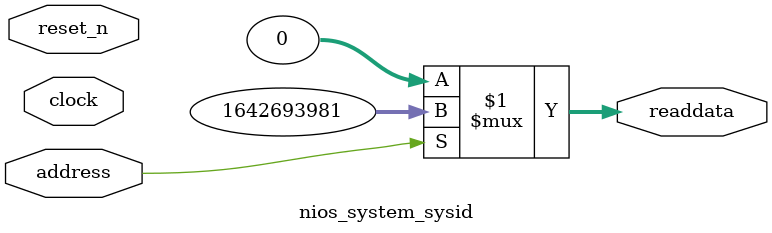
<source format=v>



// synthesis translate_off
`timescale 1ns / 1ps
// synthesis translate_on

// turn off superfluous verilog processor warnings 
// altera message_level Level1 
// altera message_off 10034 10035 10036 10037 10230 10240 10030 

module nios_system_sysid (
               // inputs:
                address,
                clock,
                reset_n,

               // outputs:
                readdata
             )
;

  output  [ 31: 0] readdata;
  input            address;
  input            clock;
  input            reset_n;

  wire    [ 31: 0] readdata;
  //control_slave, which is an e_avalon_slave
  assign readdata = address ? 1642693981 : 0;

endmodule



</source>
